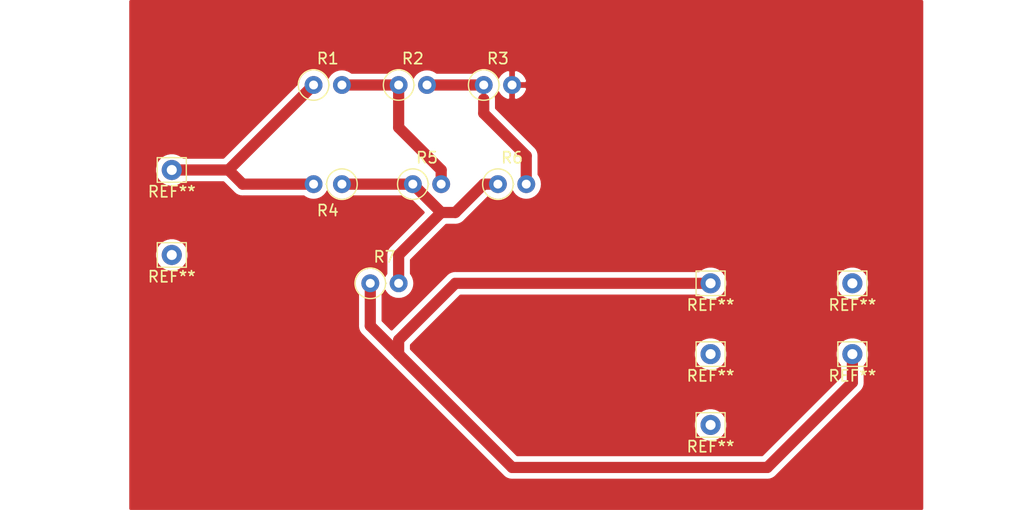
<source format=kicad_pcb>
(kicad_pcb (version 20171130) (host pcbnew "(5.1.4)-1")

  (general
    (thickness 1.6)
    (drawings 0)
    (tracks 28)
    (zones 0)
    (modules 14)
    (nets 7)
  )

  (page A4)
  (layers
    (0 F.Cu signal)
    (31 B.Cu signal)
    (32 B.Adhes user)
    (33 F.Adhes user)
    (34 B.Paste user)
    (35 F.Paste user)
    (36 B.SilkS user)
    (37 F.SilkS user)
    (38 B.Mask user)
    (39 F.Mask user)
    (40 Dwgs.User user)
    (41 Cmts.User user)
    (42 Eco1.User user)
    (43 Eco2.User user)
    (44 Edge.Cuts user)
    (45 Margin user)
    (46 B.CrtYd user)
    (47 F.CrtYd user)
    (48 B.Fab user)
    (49 F.Fab user)
  )

  (setup
    (last_trace_width 1)
    (user_trace_width 1)
    (trace_clearance 0.2)
    (zone_clearance 0.508)
    (zone_45_only no)
    (trace_min 0.2)
    (via_size 0.8)
    (via_drill 0.4)
    (via_min_size 0.4)
    (via_min_drill 0.3)
    (uvia_size 0.3)
    (uvia_drill 0.1)
    (uvias_allowed no)
    (uvia_min_size 0.2)
    (uvia_min_drill 0.1)
    (edge_width 0.05)
    (segment_width 0.2)
    (pcb_text_width 0.3)
    (pcb_text_size 1.5 1.5)
    (mod_edge_width 0.12)
    (mod_text_size 1 1)
    (mod_text_width 0.15)
    (pad_size 1.524 1.524)
    (pad_drill 0.762)
    (pad_to_mask_clearance 0.051)
    (solder_mask_min_width 0.25)
    (aux_axis_origin 0 0)
    (visible_elements FFFFFF7F)
    (pcbplotparams
      (layerselection 0x010fc_ffffffff)
      (usegerberextensions false)
      (usegerberattributes false)
      (usegerberadvancedattributes false)
      (creategerberjobfile false)
      (excludeedgelayer true)
      (linewidth 0.100000)
      (plotframeref false)
      (viasonmask false)
      (mode 1)
      (useauxorigin false)
      (hpglpennumber 1)
      (hpglpenspeed 20)
      (hpglpendiameter 15.000000)
      (psnegative false)
      (psa4output false)
      (plotreference true)
      (plotvalue true)
      (plotinvisibletext false)
      (padsonsilk false)
      (subtractmaskfromsilk false)
      (outputformat 1)
      (mirror false)
      (drillshape 1)
      (scaleselection 1)
      (outputdirectory ""))
  )

  (net 0 "")
  (net 1 "Net-(R1-Pad2)")
  (net 2 "Net-(R1-Pad1)")
  (net 3 "Net-(R2-Pad2)")
  (net 4 Earth)
  (net 5 "Net-(R4-Pad1)")
  (net 6 "Net-(R7-Pad1)")

  (net_class Default "Esta es la clase de red por defecto."
    (clearance 0.2)
    (trace_width 0.25)
    (via_dia 0.8)
    (via_drill 0.4)
    (uvia_dia 0.3)
    (uvia_drill 0.1)
    (add_net Earth)
    (add_net "Net-(R1-Pad1)")
    (add_net "Net-(R1-Pad2)")
    (add_net "Net-(R2-Pad2)")
    (add_net "Net-(R4-Pad1)")
    (add_net "Net-(R7-Pad1)")
  )

  (module Connector_Pin:Pin_D0.9mm_L10.0mm_W2.4mm_FlatFork (layer F.Cu) (tedit 5A1DC084) (tstamp 5DB9C7A1)
    (at 115.57 101.6)
    (descr "solder Pin_ with flat fork, hole diameter 0.9mm, length 10.0mm, width 2.4mm")
    (tags "solder Pin_ with flat fork")
    (fp_text reference REF** (at 0 1.95) (layer F.SilkS)
      (effects (font (size 1 1) (thickness 0.15)))
    )
    (fp_text value Pin_D0.9mm_L10.0mm_W2.4mm_FlatFork (at 0 -2.05) (layer F.Fab)
      (effects (font (size 1 1) (thickness 0.15)))
    )
    (fp_line (start 1.7 1.4) (end -1.7 1.4) (layer F.CrtYd) (width 0.05))
    (fp_line (start 1.7 1.4) (end 1.7 -1.4) (layer F.CrtYd) (width 0.05))
    (fp_line (start -1.7 -1.4) (end -1.7 1.4) (layer F.CrtYd) (width 0.05))
    (fp_line (start -1.7 -1.4) (end 1.7 -1.4) (layer F.CrtYd) (width 0.05))
    (fp_line (start 1.2 -0.25) (end -1.2 -0.25) (layer F.Fab) (width 0.12))
    (fp_line (start 1.2 0.25) (end 1.2 -0.25) (layer F.Fab) (width 0.12))
    (fp_line (start -1.2 0.25) (end 1.2 0.25) (layer F.Fab) (width 0.12))
    (fp_line (start -1.2 -0.25) (end -1.2 0.25) (layer F.Fab) (width 0.12))
    (fp_line (start 1.3 -1.1) (end -1.3 -1.1) (layer F.SilkS) (width 0.12))
    (fp_line (start 1.3 1.1) (end 1.3 -1.1) (layer F.SilkS) (width 0.12))
    (fp_line (start -1.3 1.1) (end 1.3 1.1) (layer F.SilkS) (width 0.12))
    (fp_line (start -1.3 0.6) (end -1.3 1.1) (layer F.SilkS) (width 0.12))
    (fp_line (start -1.3 -1.1) (end -1.3 0.6) (layer F.SilkS) (width 0.12))
    (fp_text user %R (at 0 1.95) (layer F.Fab)
      (effects (font (size 1 1) (thickness 0.15)))
    )
    (pad 1 thru_hole circle (at 0 0) (size 1.8 1.8) (drill 0.9) (layers *.Cu *.Mask))
    (model ${KISYS3DMOD}/Connector_Pin.3dshapes/Pin_D0.9mm_L10.0mm_W2.4mm_FlatFork.wrl
      (at (xyz 0 0 0))
      (scale (xyz 1 1 1))
      (rotate (xyz 0 0 0))
    )
  )

  (module Connector_Pin:Pin_D0.9mm_L10.0mm_W2.4mm_FlatFork (layer F.Cu) (tedit 5A1DC084) (tstamp 5DB9C758)
    (at 115.57 93.98)
    (descr "solder Pin_ with flat fork, hole diameter 0.9mm, length 10.0mm, width 2.4mm")
    (tags "solder Pin_ with flat fork")
    (fp_text reference REF** (at 0 1.95) (layer F.SilkS)
      (effects (font (size 1 1) (thickness 0.15)))
    )
    (fp_text value Pin_D0.9mm_L10.0mm_W2.4mm_FlatFork (at 0 -2.05) (layer F.Fab)
      (effects (font (size 1 1) (thickness 0.15)))
    )
    (fp_line (start 1.7 1.4) (end -1.7 1.4) (layer F.CrtYd) (width 0.05))
    (fp_line (start 1.7 1.4) (end 1.7 -1.4) (layer F.CrtYd) (width 0.05))
    (fp_line (start -1.7 -1.4) (end -1.7 1.4) (layer F.CrtYd) (width 0.05))
    (fp_line (start -1.7 -1.4) (end 1.7 -1.4) (layer F.CrtYd) (width 0.05))
    (fp_line (start 1.2 -0.25) (end -1.2 -0.25) (layer F.Fab) (width 0.12))
    (fp_line (start 1.2 0.25) (end 1.2 -0.25) (layer F.Fab) (width 0.12))
    (fp_line (start -1.2 0.25) (end 1.2 0.25) (layer F.Fab) (width 0.12))
    (fp_line (start -1.2 -0.25) (end -1.2 0.25) (layer F.Fab) (width 0.12))
    (fp_line (start 1.3 -1.1) (end -1.3 -1.1) (layer F.SilkS) (width 0.12))
    (fp_line (start 1.3 1.1) (end 1.3 -1.1) (layer F.SilkS) (width 0.12))
    (fp_line (start -1.3 1.1) (end 1.3 1.1) (layer F.SilkS) (width 0.12))
    (fp_line (start -1.3 0.6) (end -1.3 1.1) (layer F.SilkS) (width 0.12))
    (fp_line (start -1.3 -1.1) (end -1.3 0.6) (layer F.SilkS) (width 0.12))
    (fp_text user %R (at 0 1.95) (layer F.Fab)
      (effects (font (size 1 1) (thickness 0.15)))
    )
    (pad 1 thru_hole circle (at 0 0) (size 1.8 1.8) (drill 0.9) (layers *.Cu *.Mask))
    (model ${KISYS3DMOD}/Connector_Pin.3dshapes/Pin_D0.9mm_L10.0mm_W2.4mm_FlatFork.wrl
      (at (xyz 0 0 0))
      (scale (xyz 1 1 1))
      (rotate (xyz 0 0 0))
    )
  )

  (module Connector_Pin:Pin_D0.9mm_L10.0mm_W2.4mm_FlatFork (layer F.Cu) (tedit 5A1DC084) (tstamp 5DB9C128)
    (at 163.83 110.49)
    (descr "solder Pin_ with flat fork, hole diameter 0.9mm, length 10.0mm, width 2.4mm")
    (tags "solder Pin_ with flat fork")
    (fp_text reference REF** (at 0 1.95) (layer F.SilkS)
      (effects (font (size 1 1) (thickness 0.15)))
    )
    (fp_text value Pin_D0.9mm_L10.0mm_W2.4mm_FlatFork (at 0 -2.05) (layer F.Fab)
      (effects (font (size 1 1) (thickness 0.15)))
    )
    (fp_text user %R (at 0 1.95) (layer F.Fab)
      (effects (font (size 1 1) (thickness 0.15)))
    )
    (fp_line (start -1.3 -1.1) (end -1.3 0.6) (layer F.SilkS) (width 0.12))
    (fp_line (start -1.3 0.6) (end -1.3 1.1) (layer F.SilkS) (width 0.12))
    (fp_line (start -1.3 1.1) (end 1.3 1.1) (layer F.SilkS) (width 0.12))
    (fp_line (start 1.3 1.1) (end 1.3 -1.1) (layer F.SilkS) (width 0.12))
    (fp_line (start 1.3 -1.1) (end -1.3 -1.1) (layer F.SilkS) (width 0.12))
    (fp_line (start -1.2 -0.25) (end -1.2 0.25) (layer F.Fab) (width 0.12))
    (fp_line (start -1.2 0.25) (end 1.2 0.25) (layer F.Fab) (width 0.12))
    (fp_line (start 1.2 0.25) (end 1.2 -0.25) (layer F.Fab) (width 0.12))
    (fp_line (start 1.2 -0.25) (end -1.2 -0.25) (layer F.Fab) (width 0.12))
    (fp_line (start -1.7 -1.4) (end 1.7 -1.4) (layer F.CrtYd) (width 0.05))
    (fp_line (start -1.7 -1.4) (end -1.7 1.4) (layer F.CrtYd) (width 0.05))
    (fp_line (start 1.7 1.4) (end 1.7 -1.4) (layer F.CrtYd) (width 0.05))
    (fp_line (start 1.7 1.4) (end -1.7 1.4) (layer F.CrtYd) (width 0.05))
    (pad 1 thru_hole circle (at 0 0) (size 1.8 1.8) (drill 0.9) (layers *.Cu *.Mask))
    (model ${KISYS3DMOD}/Connector_Pin.3dshapes/Pin_D0.9mm_L10.0mm_W2.4mm_FlatFork.wrl
      (at (xyz 0 0 0))
      (scale (xyz 1 1 1))
      (rotate (xyz 0 0 0))
    )
  )

  (module Connector_Pin:Pin_D0.9mm_L10.0mm_W2.4mm_FlatFork (layer F.Cu) (tedit 5A1DC084) (tstamp 5DB9C116)
    (at 163.83 104.14)
    (descr "solder Pin_ with flat fork, hole diameter 0.9mm, length 10.0mm, width 2.4mm")
    (tags "solder Pin_ with flat fork")
    (fp_text reference REF** (at 0 1.95) (layer F.SilkS)
      (effects (font (size 1 1) (thickness 0.15)))
    )
    (fp_text value Pin_D0.9mm_L10.0mm_W2.4mm_FlatFork (at 0 -2.05) (layer F.Fab)
      (effects (font (size 1 1) (thickness 0.15)))
    )
    (fp_text user %R (at 0 1.95) (layer F.Fab)
      (effects (font (size 1 1) (thickness 0.15)))
    )
    (fp_line (start -1.3 -1.1) (end -1.3 0.6) (layer F.SilkS) (width 0.12))
    (fp_line (start -1.3 0.6) (end -1.3 1.1) (layer F.SilkS) (width 0.12))
    (fp_line (start -1.3 1.1) (end 1.3 1.1) (layer F.SilkS) (width 0.12))
    (fp_line (start 1.3 1.1) (end 1.3 -1.1) (layer F.SilkS) (width 0.12))
    (fp_line (start 1.3 -1.1) (end -1.3 -1.1) (layer F.SilkS) (width 0.12))
    (fp_line (start -1.2 -0.25) (end -1.2 0.25) (layer F.Fab) (width 0.12))
    (fp_line (start -1.2 0.25) (end 1.2 0.25) (layer F.Fab) (width 0.12))
    (fp_line (start 1.2 0.25) (end 1.2 -0.25) (layer F.Fab) (width 0.12))
    (fp_line (start 1.2 -0.25) (end -1.2 -0.25) (layer F.Fab) (width 0.12))
    (fp_line (start -1.7 -1.4) (end 1.7 -1.4) (layer F.CrtYd) (width 0.05))
    (fp_line (start -1.7 -1.4) (end -1.7 1.4) (layer F.CrtYd) (width 0.05))
    (fp_line (start 1.7 1.4) (end 1.7 -1.4) (layer F.CrtYd) (width 0.05))
    (fp_line (start 1.7 1.4) (end -1.7 1.4) (layer F.CrtYd) (width 0.05))
    (pad 1 thru_hole circle (at 0 0) (size 1.8 1.8) (drill 0.9) (layers *.Cu *.Mask))
    (model ${KISYS3DMOD}/Connector_Pin.3dshapes/Pin_D0.9mm_L10.0mm_W2.4mm_FlatFork.wrl
      (at (xyz 0 0 0))
      (scale (xyz 1 1 1))
      (rotate (xyz 0 0 0))
    )
  )

  (module Connector_Pin:Pin_D0.9mm_L10.0mm_W2.4mm_FlatFork (layer F.Cu) (tedit 5A1DC084) (tstamp 5DB9C104)
    (at 176.53 104.14)
    (descr "solder Pin_ with flat fork, hole diameter 0.9mm, length 10.0mm, width 2.4mm")
    (tags "solder Pin_ with flat fork")
    (fp_text reference REF** (at 0 1.95) (layer F.SilkS)
      (effects (font (size 1 1) (thickness 0.15)))
    )
    (fp_text value Pin_D0.9mm_L10.0mm_W2.4mm_FlatFork (at 0 -2.05) (layer F.Fab)
      (effects (font (size 1 1) (thickness 0.15)))
    )
    (fp_text user %R (at 0 1.95) (layer F.Fab)
      (effects (font (size 1 1) (thickness 0.15)))
    )
    (fp_line (start -1.3 -1.1) (end -1.3 0.6) (layer F.SilkS) (width 0.12))
    (fp_line (start -1.3 0.6) (end -1.3 1.1) (layer F.SilkS) (width 0.12))
    (fp_line (start -1.3 1.1) (end 1.3 1.1) (layer F.SilkS) (width 0.12))
    (fp_line (start 1.3 1.1) (end 1.3 -1.1) (layer F.SilkS) (width 0.12))
    (fp_line (start 1.3 -1.1) (end -1.3 -1.1) (layer F.SilkS) (width 0.12))
    (fp_line (start -1.2 -0.25) (end -1.2 0.25) (layer F.Fab) (width 0.12))
    (fp_line (start -1.2 0.25) (end 1.2 0.25) (layer F.Fab) (width 0.12))
    (fp_line (start 1.2 0.25) (end 1.2 -0.25) (layer F.Fab) (width 0.12))
    (fp_line (start 1.2 -0.25) (end -1.2 -0.25) (layer F.Fab) (width 0.12))
    (fp_line (start -1.7 -1.4) (end 1.7 -1.4) (layer F.CrtYd) (width 0.05))
    (fp_line (start -1.7 -1.4) (end -1.7 1.4) (layer F.CrtYd) (width 0.05))
    (fp_line (start 1.7 1.4) (end 1.7 -1.4) (layer F.CrtYd) (width 0.05))
    (fp_line (start 1.7 1.4) (end -1.7 1.4) (layer F.CrtYd) (width 0.05))
    (pad 1 thru_hole circle (at 0 0) (size 1.8 1.8) (drill 0.9) (layers *.Cu *.Mask))
    (model ${KISYS3DMOD}/Connector_Pin.3dshapes/Pin_D0.9mm_L10.0mm_W2.4mm_FlatFork.wrl
      (at (xyz 0 0 0))
      (scale (xyz 1 1 1))
      (rotate (xyz 0 0 0))
    )
  )

  (module Connector_Pin:Pin_D0.9mm_L10.0mm_W2.4mm_FlatFork (layer F.Cu) (tedit 5A1DC084) (tstamp 5DB9C0F2)
    (at 163.83 116.84)
    (descr "solder Pin_ with flat fork, hole diameter 0.9mm, length 10.0mm, width 2.4mm")
    (tags "solder Pin_ with flat fork")
    (fp_text reference REF** (at 0 1.95) (layer F.SilkS)
      (effects (font (size 1 1) (thickness 0.15)))
    )
    (fp_text value Pin_D0.9mm_L10.0mm_W2.4mm_FlatFork (at 0 -2.05) (layer F.Fab)
      (effects (font (size 1 1) (thickness 0.15)))
    )
    (fp_text user %R (at 0 1.95) (layer F.Fab)
      (effects (font (size 1 1) (thickness 0.15)))
    )
    (fp_line (start -1.3 -1.1) (end -1.3 0.6) (layer F.SilkS) (width 0.12))
    (fp_line (start -1.3 0.6) (end -1.3 1.1) (layer F.SilkS) (width 0.12))
    (fp_line (start -1.3 1.1) (end 1.3 1.1) (layer F.SilkS) (width 0.12))
    (fp_line (start 1.3 1.1) (end 1.3 -1.1) (layer F.SilkS) (width 0.12))
    (fp_line (start 1.3 -1.1) (end -1.3 -1.1) (layer F.SilkS) (width 0.12))
    (fp_line (start -1.2 -0.25) (end -1.2 0.25) (layer F.Fab) (width 0.12))
    (fp_line (start -1.2 0.25) (end 1.2 0.25) (layer F.Fab) (width 0.12))
    (fp_line (start 1.2 0.25) (end 1.2 -0.25) (layer F.Fab) (width 0.12))
    (fp_line (start 1.2 -0.25) (end -1.2 -0.25) (layer F.Fab) (width 0.12))
    (fp_line (start -1.7 -1.4) (end 1.7 -1.4) (layer F.CrtYd) (width 0.05))
    (fp_line (start -1.7 -1.4) (end -1.7 1.4) (layer F.CrtYd) (width 0.05))
    (fp_line (start 1.7 1.4) (end 1.7 -1.4) (layer F.CrtYd) (width 0.05))
    (fp_line (start 1.7 1.4) (end -1.7 1.4) (layer F.CrtYd) (width 0.05))
    (pad 1 thru_hole circle (at 0 0) (size 1.8 1.8) (drill 0.9) (layers *.Cu *.Mask))
    (model ${KISYS3DMOD}/Connector_Pin.3dshapes/Pin_D0.9mm_L10.0mm_W2.4mm_FlatFork.wrl
      (at (xyz 0 0 0))
      (scale (xyz 1 1 1))
      (rotate (xyz 0 0 0))
    )
  )

  (module Connector_Pin:Pin_D0.9mm_L10.0mm_W2.4mm_FlatFork (layer F.Cu) (tedit 5A1DC084) (tstamp 5DB9C0E0)
    (at 176.53 110.49)
    (descr "solder Pin_ with flat fork, hole diameter 0.9mm, length 10.0mm, width 2.4mm")
    (tags "solder Pin_ with flat fork")
    (fp_text reference REF** (at 0 1.95) (layer F.SilkS)
      (effects (font (size 1 1) (thickness 0.15)))
    )
    (fp_text value Pin_D0.9mm_L10.0mm_W2.4mm_FlatFork (at 0 -2.05) (layer F.Fab)
      (effects (font (size 1 1) (thickness 0.15)))
    )
    (fp_text user %R (at 0 1.95) (layer F.Fab)
      (effects (font (size 1 1) (thickness 0.15)))
    )
    (fp_line (start -1.3 -1.1) (end -1.3 0.6) (layer F.SilkS) (width 0.12))
    (fp_line (start -1.3 0.6) (end -1.3 1.1) (layer F.SilkS) (width 0.12))
    (fp_line (start -1.3 1.1) (end 1.3 1.1) (layer F.SilkS) (width 0.12))
    (fp_line (start 1.3 1.1) (end 1.3 -1.1) (layer F.SilkS) (width 0.12))
    (fp_line (start 1.3 -1.1) (end -1.3 -1.1) (layer F.SilkS) (width 0.12))
    (fp_line (start -1.2 -0.25) (end -1.2 0.25) (layer F.Fab) (width 0.12))
    (fp_line (start -1.2 0.25) (end 1.2 0.25) (layer F.Fab) (width 0.12))
    (fp_line (start 1.2 0.25) (end 1.2 -0.25) (layer F.Fab) (width 0.12))
    (fp_line (start 1.2 -0.25) (end -1.2 -0.25) (layer F.Fab) (width 0.12))
    (fp_line (start -1.7 -1.4) (end 1.7 -1.4) (layer F.CrtYd) (width 0.05))
    (fp_line (start -1.7 -1.4) (end -1.7 1.4) (layer F.CrtYd) (width 0.05))
    (fp_line (start 1.7 1.4) (end 1.7 -1.4) (layer F.CrtYd) (width 0.05))
    (fp_line (start 1.7 1.4) (end -1.7 1.4) (layer F.CrtYd) (width 0.05))
    (pad 1 thru_hole circle (at 0 0) (size 1.8 1.8) (drill 0.9) (layers *.Cu *.Mask))
    (model ${KISYS3DMOD}/Connector_Pin.3dshapes/Pin_D0.9mm_L10.0mm_W2.4mm_FlatFork.wrl
      (at (xyz 0 0 0))
      (scale (xyz 1 1 1))
      (rotate (xyz 0 0 0))
    )
  )

  (module Resistor_THT:R_Axial_DIN0207_L6.3mm_D2.5mm_P2.54mm_Vertical (layer F.Cu) (tedit 5AE5139B) (tstamp 5DB9C4E8)
    (at 133.35 104.14)
    (descr "Resistor, Axial_DIN0207 series, Axial, Vertical, pin pitch=2.54mm, 0.25W = 1/4W, length*diameter=6.3*2.5mm^2, http://cdn-reichelt.de/documents/datenblatt/B400/1_4W%23YAG.pdf")
    (tags "Resistor Axial_DIN0207 series Axial Vertical pin pitch 2.54mm 0.25W = 1/4W length 6.3mm diameter 2.5mm")
    (path /5DB9B915)
    (fp_text reference R7 (at 1.27 -2.37) (layer F.SilkS)
      (effects (font (size 1 1) (thickness 0.15)))
    )
    (fp_text value R (at 1.27 2.37) (layer F.Fab)
      (effects (font (size 1 1) (thickness 0.15)))
    )
    (fp_text user %R (at 1.27 -2.37) (layer F.Fab)
      (effects (font (size 1 1) (thickness 0.15)))
    )
    (fp_line (start 3.59 -1.5) (end -1.5 -1.5) (layer F.CrtYd) (width 0.05))
    (fp_line (start 3.59 1.5) (end 3.59 -1.5) (layer F.CrtYd) (width 0.05))
    (fp_line (start -1.5 1.5) (end 3.59 1.5) (layer F.CrtYd) (width 0.05))
    (fp_line (start -1.5 -1.5) (end -1.5 1.5) (layer F.CrtYd) (width 0.05))
    (fp_line (start 1.37 0) (end 1.44 0) (layer F.SilkS) (width 0.12))
    (fp_line (start 0 0) (end 2.54 0) (layer F.Fab) (width 0.1))
    (fp_circle (center 0 0) (end 1.37 0) (layer F.SilkS) (width 0.12))
    (fp_circle (center 0 0) (end 1.25 0) (layer F.Fab) (width 0.1))
    (pad 2 thru_hole oval (at 2.54 0) (size 1.6 1.6) (drill 0.8) (layers *.Cu *.Mask)
      (net 5 "Net-(R4-Pad1)"))
    (pad 1 thru_hole circle (at 0 0) (size 1.6 1.6) (drill 0.8) (layers *.Cu *.Mask)
      (net 6 "Net-(R7-Pad1)"))
    (model ${KISYS3DMOD}/Resistor_THT.3dshapes/R_Axial_DIN0207_L6.3mm_D2.5mm_P2.54mm_Vertical.wrl
      (at (xyz 0 0 0))
      (scale (xyz 1 1 1))
      (rotate (xyz 0 0 0))
    )
  )

  (module Resistor_THT:R_Axial_DIN0207_L6.3mm_D2.5mm_P2.54mm_Vertical (layer F.Cu) (tedit 5AE5139B) (tstamp 5DB9C4D9)
    (at 144.78 95.25)
    (descr "Resistor, Axial_DIN0207 series, Axial, Vertical, pin pitch=2.54mm, 0.25W = 1/4W, length*diameter=6.3*2.5mm^2, http://cdn-reichelt.de/documents/datenblatt/B400/1_4W%23YAG.pdf")
    (tags "Resistor Axial_DIN0207 series Axial Vertical pin pitch 2.54mm 0.25W = 1/4W length 6.3mm diameter 2.5mm")
    (path /5DB9B428)
    (fp_text reference R6 (at 1.27 -2.37) (layer F.SilkS)
      (effects (font (size 1 1) (thickness 0.15)))
    )
    (fp_text value R (at 1.27 2.37) (layer F.Fab)
      (effects (font (size 1 1) (thickness 0.15)))
    )
    (fp_text user %R (at 1.27 -2.37) (layer F.Fab)
      (effects (font (size 1 1) (thickness 0.15)))
    )
    (fp_line (start 3.59 -1.5) (end -1.5 -1.5) (layer F.CrtYd) (width 0.05))
    (fp_line (start 3.59 1.5) (end 3.59 -1.5) (layer F.CrtYd) (width 0.05))
    (fp_line (start -1.5 1.5) (end 3.59 1.5) (layer F.CrtYd) (width 0.05))
    (fp_line (start -1.5 -1.5) (end -1.5 1.5) (layer F.CrtYd) (width 0.05))
    (fp_line (start 1.37 0) (end 1.44 0) (layer F.SilkS) (width 0.12))
    (fp_line (start 0 0) (end 2.54 0) (layer F.Fab) (width 0.1))
    (fp_circle (center 0 0) (end 1.37 0) (layer F.SilkS) (width 0.12))
    (fp_circle (center 0 0) (end 1.25 0) (layer F.Fab) (width 0.1))
    (pad 2 thru_hole oval (at 2.54 0) (size 1.6 1.6) (drill 0.8) (layers *.Cu *.Mask)
      (net 3 "Net-(R2-Pad2)"))
    (pad 1 thru_hole circle (at 0 0) (size 1.6 1.6) (drill 0.8) (layers *.Cu *.Mask)
      (net 5 "Net-(R4-Pad1)"))
    (model ${KISYS3DMOD}/Resistor_THT.3dshapes/R_Axial_DIN0207_L6.3mm_D2.5mm_P2.54mm_Vertical.wrl
      (at (xyz 0 0 0))
      (scale (xyz 1 1 1))
      (rotate (xyz 0 0 0))
    )
  )

  (module Resistor_THT:R_Axial_DIN0207_L6.3mm_D2.5mm_P2.54mm_Vertical (layer F.Cu) (tedit 5AE5139B) (tstamp 5DB9C4CA)
    (at 137.16 95.25)
    (descr "Resistor, Axial_DIN0207 series, Axial, Vertical, pin pitch=2.54mm, 0.25W = 1/4W, length*diameter=6.3*2.5mm^2, http://cdn-reichelt.de/documents/datenblatt/B400/1_4W%23YAG.pdf")
    (tags "Resistor Axial_DIN0207 series Axial Vertical pin pitch 2.54mm 0.25W = 1/4W length 6.3mm diameter 2.5mm")
    (path /5DB9B33C)
    (fp_text reference R5 (at 1.27 -2.37) (layer F.SilkS)
      (effects (font (size 1 1) (thickness 0.15)))
    )
    (fp_text value R (at 1.27 2.37) (layer F.Fab)
      (effects (font (size 1 1) (thickness 0.15)))
    )
    (fp_text user %R (at 1.27 -2.37) (layer F.Fab)
      (effects (font (size 1 1) (thickness 0.15)))
    )
    (fp_line (start 3.59 -1.5) (end -1.5 -1.5) (layer F.CrtYd) (width 0.05))
    (fp_line (start 3.59 1.5) (end 3.59 -1.5) (layer F.CrtYd) (width 0.05))
    (fp_line (start -1.5 1.5) (end 3.59 1.5) (layer F.CrtYd) (width 0.05))
    (fp_line (start -1.5 -1.5) (end -1.5 1.5) (layer F.CrtYd) (width 0.05))
    (fp_line (start 1.37 0) (end 1.44 0) (layer F.SilkS) (width 0.12))
    (fp_line (start 0 0) (end 2.54 0) (layer F.Fab) (width 0.1))
    (fp_circle (center 0 0) (end 1.37 0) (layer F.SilkS) (width 0.12))
    (fp_circle (center 0 0) (end 1.25 0) (layer F.Fab) (width 0.1))
    (pad 2 thru_hole oval (at 2.54 0) (size 1.6 1.6) (drill 0.8) (layers *.Cu *.Mask)
      (net 1 "Net-(R1-Pad2)"))
    (pad 1 thru_hole circle (at 0 0) (size 1.6 1.6) (drill 0.8) (layers *.Cu *.Mask)
      (net 5 "Net-(R4-Pad1)"))
    (model ${KISYS3DMOD}/Resistor_THT.3dshapes/R_Axial_DIN0207_L6.3mm_D2.5mm_P2.54mm_Vertical.wrl
      (at (xyz 0 0 0))
      (scale (xyz 1 1 1))
      (rotate (xyz 0 0 0))
    )
  )

  (module Resistor_THT:R_Axial_DIN0207_L6.3mm_D2.5mm_P2.54mm_Vertical (layer F.Cu) (tedit 5AE5139B) (tstamp 5DB9C4BB)
    (at 130.81 95.25 180)
    (descr "Resistor, Axial_DIN0207 series, Axial, Vertical, pin pitch=2.54mm, 0.25W = 1/4W, length*diameter=6.3*2.5mm^2, http://cdn-reichelt.de/documents/datenblatt/B400/1_4W%23YAG.pdf")
    (tags "Resistor Axial_DIN0207 series Axial Vertical pin pitch 2.54mm 0.25W = 1/4W length 6.3mm diameter 2.5mm")
    (path /5DB9B14C)
    (fp_text reference R4 (at 1.27 -2.37) (layer F.SilkS)
      (effects (font (size 1 1) (thickness 0.15)))
    )
    (fp_text value R (at 1.27 2.37) (layer F.Fab)
      (effects (font (size 1 1) (thickness 0.15)))
    )
    (fp_text user %R (at 1.27 -2.37) (layer F.Fab)
      (effects (font (size 1 1) (thickness 0.15)))
    )
    (fp_line (start 3.59 -1.5) (end -1.5 -1.5) (layer F.CrtYd) (width 0.05))
    (fp_line (start 3.59 1.5) (end 3.59 -1.5) (layer F.CrtYd) (width 0.05))
    (fp_line (start -1.5 1.5) (end 3.59 1.5) (layer F.CrtYd) (width 0.05))
    (fp_line (start -1.5 -1.5) (end -1.5 1.5) (layer F.CrtYd) (width 0.05))
    (fp_line (start 1.37 0) (end 1.44 0) (layer F.SilkS) (width 0.12))
    (fp_line (start 0 0) (end 2.54 0) (layer F.Fab) (width 0.1))
    (fp_circle (center 0 0) (end 1.37 0) (layer F.SilkS) (width 0.12))
    (fp_circle (center 0 0) (end 1.25 0) (layer F.Fab) (width 0.1))
    (pad 2 thru_hole oval (at 2.54 0 180) (size 1.6 1.6) (drill 0.8) (layers *.Cu *.Mask)
      (net 2 "Net-(R1-Pad1)"))
    (pad 1 thru_hole circle (at 0 0 180) (size 1.6 1.6) (drill 0.8) (layers *.Cu *.Mask)
      (net 5 "Net-(R4-Pad1)"))
    (model ${KISYS3DMOD}/Resistor_THT.3dshapes/R_Axial_DIN0207_L6.3mm_D2.5mm_P2.54mm_Vertical.wrl
      (at (xyz 0 0 0))
      (scale (xyz 1 1 1))
      (rotate (xyz 0 0 0))
    )
  )

  (module Resistor_THT:R_Axial_DIN0207_L6.3mm_D2.5mm_P2.54mm_Vertical (layer F.Cu) (tedit 5AE5139B) (tstamp 5DB9C4AC)
    (at 143.51 86.36)
    (descr "Resistor, Axial_DIN0207 series, Axial, Vertical, pin pitch=2.54mm, 0.25W = 1/4W, length*diameter=6.3*2.5mm^2, http://cdn-reichelt.de/documents/datenblatt/B400/1_4W%23YAG.pdf")
    (tags "Resistor Axial_DIN0207 series Axial Vertical pin pitch 2.54mm 0.25W = 1/4W length 6.3mm diameter 2.5mm")
    (path /5DB9B803)
    (fp_text reference R3 (at 1.27 -2.37) (layer F.SilkS)
      (effects (font (size 1 1) (thickness 0.15)))
    )
    (fp_text value R (at 1.27 2.37) (layer F.Fab)
      (effects (font (size 1 1) (thickness 0.15)))
    )
    (fp_text user %R (at 1.27 -2.37) (layer F.Fab)
      (effects (font (size 1 1) (thickness 0.15)))
    )
    (fp_line (start 3.59 -1.5) (end -1.5 -1.5) (layer F.CrtYd) (width 0.05))
    (fp_line (start 3.59 1.5) (end 3.59 -1.5) (layer F.CrtYd) (width 0.05))
    (fp_line (start -1.5 1.5) (end 3.59 1.5) (layer F.CrtYd) (width 0.05))
    (fp_line (start -1.5 -1.5) (end -1.5 1.5) (layer F.CrtYd) (width 0.05))
    (fp_line (start 1.37 0) (end 1.44 0) (layer F.SilkS) (width 0.12))
    (fp_line (start 0 0) (end 2.54 0) (layer F.Fab) (width 0.1))
    (fp_circle (center 0 0) (end 1.37 0) (layer F.SilkS) (width 0.12))
    (fp_circle (center 0 0) (end 1.25 0) (layer F.Fab) (width 0.1))
    (pad 2 thru_hole oval (at 2.54 0) (size 1.6 1.6) (drill 0.8) (layers *.Cu *.Mask)
      (net 4 Earth))
    (pad 1 thru_hole circle (at 0 0) (size 1.6 1.6) (drill 0.8) (layers *.Cu *.Mask)
      (net 3 "Net-(R2-Pad2)"))
    (model ${KISYS3DMOD}/Resistor_THT.3dshapes/R_Axial_DIN0207_L6.3mm_D2.5mm_P2.54mm_Vertical.wrl
      (at (xyz 0 0 0))
      (scale (xyz 1 1 1))
      (rotate (xyz 0 0 0))
    )
  )

  (module Resistor_THT:R_Axial_DIN0207_L6.3mm_D2.5mm_P2.54mm_Vertical (layer F.Cu) (tedit 5AE5139B) (tstamp 5DB9C49D)
    (at 135.89 86.36)
    (descr "Resistor, Axial_DIN0207 series, Axial, Vertical, pin pitch=2.54mm, 0.25W = 1/4W, length*diameter=6.3*2.5mm^2, http://cdn-reichelt.de/documents/datenblatt/B400/1_4W%23YAG.pdf")
    (tags "Resistor Axial_DIN0207 series Axial Vertical pin pitch 2.54mm 0.25W = 1/4W length 6.3mm diameter 2.5mm")
    (path /5DB9B706)
    (fp_text reference R2 (at 1.27 -2.37) (layer F.SilkS)
      (effects (font (size 1 1) (thickness 0.15)))
    )
    (fp_text value R (at 1.27 2.37) (layer F.Fab)
      (effects (font (size 1 1) (thickness 0.15)))
    )
    (fp_text user %R (at 1.27 -2.37) (layer F.Fab)
      (effects (font (size 1 1) (thickness 0.15)))
    )
    (fp_line (start 3.59 -1.5) (end -1.5 -1.5) (layer F.CrtYd) (width 0.05))
    (fp_line (start 3.59 1.5) (end 3.59 -1.5) (layer F.CrtYd) (width 0.05))
    (fp_line (start -1.5 1.5) (end 3.59 1.5) (layer F.CrtYd) (width 0.05))
    (fp_line (start -1.5 -1.5) (end -1.5 1.5) (layer F.CrtYd) (width 0.05))
    (fp_line (start 1.37 0) (end 1.44 0) (layer F.SilkS) (width 0.12))
    (fp_line (start 0 0) (end 2.54 0) (layer F.Fab) (width 0.1))
    (fp_circle (center 0 0) (end 1.37 0) (layer F.SilkS) (width 0.12))
    (fp_circle (center 0 0) (end 1.25 0) (layer F.Fab) (width 0.1))
    (pad 2 thru_hole oval (at 2.54 0) (size 1.6 1.6) (drill 0.8) (layers *.Cu *.Mask)
      (net 3 "Net-(R2-Pad2)"))
    (pad 1 thru_hole circle (at 0 0) (size 1.6 1.6) (drill 0.8) (layers *.Cu *.Mask)
      (net 1 "Net-(R1-Pad2)"))
    (model ${KISYS3DMOD}/Resistor_THT.3dshapes/R_Axial_DIN0207_L6.3mm_D2.5mm_P2.54mm_Vertical.wrl
      (at (xyz 0 0 0))
      (scale (xyz 1 1 1))
      (rotate (xyz 0 0 0))
    )
  )

  (module Resistor_THT:R_Axial_DIN0207_L6.3mm_D2.5mm_P2.54mm_Vertical (layer F.Cu) (tedit 5AE5139B) (tstamp 5DB9C48E)
    (at 128.27 86.36)
    (descr "Resistor, Axial_DIN0207 series, Axial, Vertical, pin pitch=2.54mm, 0.25W = 1/4W, length*diameter=6.3*2.5mm^2, http://cdn-reichelt.de/documents/datenblatt/B400/1_4W%23YAG.pdf")
    (tags "Resistor Axial_DIN0207 series Axial Vertical pin pitch 2.54mm 0.25W = 1/4W length 6.3mm diameter 2.5mm")
    (path /5DB9B529)
    (fp_text reference R1 (at 1.27 -2.37) (layer F.SilkS)
      (effects (font (size 1 1) (thickness 0.15)))
    )
    (fp_text value R (at 1.27 2.37) (layer F.Fab)
      (effects (font (size 1 1) (thickness 0.15)))
    )
    (fp_text user %R (at 1.27 -2.37) (layer F.Fab)
      (effects (font (size 1 1) (thickness 0.15)))
    )
    (fp_line (start 3.59 -1.5) (end -1.5 -1.5) (layer F.CrtYd) (width 0.05))
    (fp_line (start 3.59 1.5) (end 3.59 -1.5) (layer F.CrtYd) (width 0.05))
    (fp_line (start -1.5 1.5) (end 3.59 1.5) (layer F.CrtYd) (width 0.05))
    (fp_line (start -1.5 -1.5) (end -1.5 1.5) (layer F.CrtYd) (width 0.05))
    (fp_line (start 1.37 0) (end 1.44 0) (layer F.SilkS) (width 0.12))
    (fp_line (start 0 0) (end 2.54 0) (layer F.Fab) (width 0.1))
    (fp_circle (center 0 0) (end 1.37 0) (layer F.SilkS) (width 0.12))
    (fp_circle (center 0 0) (end 1.25 0) (layer F.Fab) (width 0.1))
    (pad 2 thru_hole oval (at 2.54 0) (size 1.6 1.6) (drill 0.8) (layers *.Cu *.Mask)
      (net 1 "Net-(R1-Pad2)"))
    (pad 1 thru_hole circle (at 0 0) (size 1.6 1.6) (drill 0.8) (layers *.Cu *.Mask)
      (net 2 "Net-(R1-Pad1)"))
    (model ${KISYS3DMOD}/Resistor_THT.3dshapes/R_Axial_DIN0207_L6.3mm_D2.5mm_P2.54mm_Vertical.wrl
      (at (xyz 0 0 0))
      (scale (xyz 1 1 1))
      (rotate (xyz 0 0 0))
    )
  )

  (segment (start 163.83 104.14) (end 140.97 104.14) (width 1) (layer F.Cu) (net 0))
  (segment (start 140.97 104.14) (end 135.89 109.22) (width 1) (layer F.Cu) (net 0))
  (segment (start 143.51 87.63) (end 143.51 88.9) (width 1) (layer F.Cu) (net 3))
  (segment (start 130.81 86.36) (end 135.89 86.36) (width 1) (layer F.Cu) (net 1))
  (segment (start 135.89 86.36) (end 135.89 90.17) (width 1) (layer F.Cu) (net 1))
  (segment (start 139.7 93.98) (end 139.7 95.25) (width 1) (layer F.Cu) (net 1))
  (segment (start 135.89 90.17) (end 139.7 93.98) (width 1) (layer F.Cu) (net 1))
  (segment (start 120.65 93.98) (end 128.27 86.36) (width 1) (layer F.Cu) (net 2))
  (segment (start 115.57 93.98) (end 120.65 93.98) (width 1) (layer F.Cu) (net 2))
  (segment (start 121.92 95.25) (end 120.65 93.98) (width 1) (layer F.Cu) (net 2))
  (segment (start 128.27 95.25) (end 121.92 95.25) (width 1) (layer F.Cu) (net 2))
  (segment (start 138.43 86.36) (end 143.51 86.36) (width 1) (layer F.Cu) (net 3))
  (segment (start 147.32 92.71) (end 147.32 95.25) (width 1) (layer F.Cu) (net 3))
  (segment (start 143.51 88.9) (end 147.32 92.71) (width 1) (layer F.Cu) (net 3))
  (segment (start 144.78 95.25) (end 143.51 95.25) (width 1) (layer F.Cu) (net 5))
  (segment (start 143.51 95.25) (end 140.97 97.79) (width 1) (layer F.Cu) (net 5))
  (segment (start 139.7 97.79) (end 137.16 95.25) (width 1) (layer F.Cu) (net 5))
  (segment (start 140.97 97.79) (end 139.7 97.79) (width 1) (layer F.Cu) (net 5))
  (segment (start 135.89 101.6) (end 139.7 97.79) (width 1) (layer F.Cu) (net 5))
  (segment (start 135.89 104.14) (end 135.89 101.6) (width 1) (layer F.Cu) (net 5))
  (segment (start 130.81 95.25) (end 137.16 95.25) (width 1) (layer F.Cu) (net 5))
  (segment (start 133.35 104.14) (end 133.35 107.95) (width 1) (layer F.Cu) (net 6))
  (segment (start 146.05 120.65) (end 168.91 120.65) (width 1) (layer F.Cu) (net 6))
  (segment (start 176.53 113.03) (end 176.53 110.49) (width 1) (layer F.Cu) (net 6))
  (segment (start 168.91 120.65) (end 176.53 113.03) (width 1) (layer F.Cu) (net 6))
  (segment (start 135.89 109.22) (end 135.89 110.49) (width 1) (layer F.Cu) (net 6))
  (segment (start 133.35 107.95) (end 135.89 110.49) (width 1) (layer F.Cu) (net 6))
  (segment (start 135.89 110.49) (end 146.05 120.65) (width 1) (layer F.Cu) (net 6))

  (zone (net 4) (net_name Earth) (layer F.Cu) (tstamp 0) (hatch edge 0.508)
    (connect_pads (clearance 0.508))
    (min_thickness 0.254)
    (fill yes (arc_segments 32) (thermal_gap 0.508) (thermal_bridge_width 0.508))
    (polygon
      (pts
        (xy 111.76 78.74) (xy 182.88 78.74) (xy 182.88 124.46) (xy 111.76 124.46)
      )
    )
    (filled_polygon
      (pts
        (xy 182.753 124.333) (xy 111.887 124.333) (xy 111.887 101.448816) (xy 114.035 101.448816) (xy 114.035 101.751184)
        (xy 114.093989 102.047743) (xy 114.209701 102.327095) (xy 114.377688 102.578505) (xy 114.591495 102.792312) (xy 114.842905 102.960299)
        (xy 115.122257 103.076011) (xy 115.418816 103.135) (xy 115.721184 103.135) (xy 116.017743 103.076011) (xy 116.297095 102.960299)
        (xy 116.548505 102.792312) (xy 116.762312 102.578505) (xy 116.930299 102.327095) (xy 117.046011 102.047743) (xy 117.105 101.751184)
        (xy 117.105 101.448816) (xy 117.046011 101.152257) (xy 116.930299 100.872905) (xy 116.762312 100.621495) (xy 116.548505 100.407688)
        (xy 116.297095 100.239701) (xy 116.017743 100.123989) (xy 115.721184 100.065) (xy 115.418816 100.065) (xy 115.122257 100.123989)
        (xy 114.842905 100.239701) (xy 114.591495 100.407688) (xy 114.377688 100.621495) (xy 114.209701 100.872905) (xy 114.093989 101.152257)
        (xy 114.035 101.448816) (xy 111.887 101.448816) (xy 111.887 93.828816) (xy 114.035 93.828816) (xy 114.035 94.131184)
        (xy 114.093989 94.427743) (xy 114.209701 94.707095) (xy 114.377688 94.958505) (xy 114.591495 95.172312) (xy 114.842905 95.340299)
        (xy 115.122257 95.456011) (xy 115.418816 95.515) (xy 115.721184 95.515) (xy 116.017743 95.456011) (xy 116.297095 95.340299)
        (xy 116.548505 95.172312) (xy 116.605817 95.115) (xy 120.179869 95.115) (xy 121.078008 96.01314) (xy 121.113551 96.056449)
        (xy 121.286377 96.198284) (xy 121.483553 96.303676) (xy 121.647705 96.353471) (xy 121.6975 96.368577) (xy 121.718493 96.370644)
        (xy 121.864248 96.385) (xy 121.864255 96.385) (xy 121.919999 96.39049) (xy 121.975743 96.385) (xy 127.390998 96.385)
        (xy 127.468899 96.448932) (xy 127.718192 96.582182) (xy 127.988691 96.664236) (xy 128.199508 96.685) (xy 128.340492 96.685)
        (xy 128.551309 96.664236) (xy 128.821808 96.582182) (xy 129.071101 96.448932) (xy 129.289608 96.269608) (xy 129.468932 96.051101)
        (xy 129.53635 95.924971) (xy 129.53832 95.929727) (xy 129.695363 96.164759) (xy 129.895241 96.364637) (xy 130.130273 96.52168)
        (xy 130.391426 96.629853) (xy 130.668665 96.685) (xy 130.951335 96.685) (xy 131.228574 96.629853) (xy 131.489727 96.52168)
        (xy 131.694284 96.385) (xy 136.275716 96.385) (xy 136.480273 96.52168) (xy 136.741426 96.629853) (xy 136.982718 96.67785)
        (xy 138.094868 97.79) (xy 135.12686 100.758009) (xy 135.083552 100.793551) (xy 134.941717 100.966377) (xy 134.885384 101.07177)
        (xy 134.836324 101.163554) (xy 134.771423 101.377502) (xy 134.749509 101.6) (xy 134.755001 101.655761) (xy 134.755 103.260997)
        (xy 134.691068 103.338899) (xy 134.62365 103.465029) (xy 134.62168 103.460273) (xy 134.464637 103.225241) (xy 134.264759 103.025363)
        (xy 134.029727 102.86832) (xy 133.768574 102.760147) (xy 133.491335 102.705) (xy 133.208665 102.705) (xy 132.931426 102.760147)
        (xy 132.670273 102.86832) (xy 132.435241 103.025363) (xy 132.235363 103.225241) (xy 132.07832 103.460273) (xy 131.970147 103.721426)
        (xy 131.915 103.998665) (xy 131.915 104.281335) (xy 131.970147 104.558574) (xy 132.07832 104.819727) (xy 132.215 105.024284)
        (xy 132.215001 107.894239) (xy 132.209509 107.95) (xy 132.231423 108.172498) (xy 132.296324 108.386446) (xy 132.296325 108.386447)
        (xy 132.401717 108.583623) (xy 132.543552 108.756449) (xy 132.58686 108.791991) (xy 135.048014 111.253146) (xy 135.083552 111.296449)
        (xy 135.126855 111.331987) (xy 135.126856 111.331988) (xy 135.126862 111.331993) (xy 145.208009 121.413141) (xy 145.243551 121.456449)
        (xy 145.416376 121.598283) (xy 145.416377 121.598284) (xy 145.613553 121.703676) (xy 145.827501 121.768577) (xy 146.05 121.790491)
        (xy 146.105752 121.785) (xy 168.854249 121.785) (xy 168.91 121.790491) (xy 168.965751 121.785) (xy 168.965752 121.785)
        (xy 169.132499 121.768577) (xy 169.346447 121.703676) (xy 169.543623 121.598284) (xy 169.716449 121.456449) (xy 169.751996 121.413135)
        (xy 177.293141 113.871991) (xy 177.336449 113.836449) (xy 177.478284 113.663623) (xy 177.583676 113.466447) (xy 177.648577 113.252499)
        (xy 177.665 113.085752) (xy 177.665 113.085743) (xy 177.67049 113.030001) (xy 177.665 112.974259) (xy 177.665 111.525817)
        (xy 177.722312 111.468505) (xy 177.890299 111.217095) (xy 178.006011 110.937743) (xy 178.065 110.641184) (xy 178.065 110.338816)
        (xy 178.006011 110.042257) (xy 177.890299 109.762905) (xy 177.722312 109.511495) (xy 177.508505 109.297688) (xy 177.257095 109.129701)
        (xy 176.977743 109.013989) (xy 176.681184 108.955) (xy 176.378816 108.955) (xy 176.082257 109.013989) (xy 175.802905 109.129701)
        (xy 175.551495 109.297688) (xy 175.337688 109.511495) (xy 175.169701 109.762905) (xy 175.053989 110.042257) (xy 174.995 110.338816)
        (xy 174.995 110.641184) (xy 175.053989 110.937743) (xy 175.169701 111.217095) (xy 175.337688 111.468505) (xy 175.395001 111.525818)
        (xy 175.395 112.559868) (xy 168.439869 119.515) (xy 146.520132 119.515) (xy 143.693948 116.688816) (xy 162.295 116.688816)
        (xy 162.295 116.991184) (xy 162.353989 117.287743) (xy 162.469701 117.567095) (xy 162.637688 117.818505) (xy 162.851495 118.032312)
        (xy 163.102905 118.200299) (xy 163.382257 118.316011) (xy 163.678816 118.375) (xy 163.981184 118.375) (xy 164.277743 118.316011)
        (xy 164.557095 118.200299) (xy 164.808505 118.032312) (xy 165.022312 117.818505) (xy 165.190299 117.567095) (xy 165.306011 117.287743)
        (xy 165.365 116.991184) (xy 165.365 116.688816) (xy 165.306011 116.392257) (xy 165.190299 116.112905) (xy 165.022312 115.861495)
        (xy 164.808505 115.647688) (xy 164.557095 115.479701) (xy 164.277743 115.363989) (xy 163.981184 115.305) (xy 163.678816 115.305)
        (xy 163.382257 115.363989) (xy 163.102905 115.479701) (xy 162.851495 115.647688) (xy 162.637688 115.861495) (xy 162.469701 116.112905)
        (xy 162.353989 116.392257) (xy 162.295 116.688816) (xy 143.693948 116.688816) (xy 137.343948 110.338816) (xy 162.295 110.338816)
        (xy 162.295 110.641184) (xy 162.353989 110.937743) (xy 162.469701 111.217095) (xy 162.637688 111.468505) (xy 162.851495 111.682312)
        (xy 163.102905 111.850299) (xy 163.382257 111.966011) (xy 163.678816 112.025) (xy 163.981184 112.025) (xy 164.277743 111.966011)
        (xy 164.557095 111.850299) (xy 164.808505 111.682312) (xy 165.022312 111.468505) (xy 165.190299 111.217095) (xy 165.306011 110.937743)
        (xy 165.365 110.641184) (xy 165.365 110.338816) (xy 165.306011 110.042257) (xy 165.190299 109.762905) (xy 165.022312 109.511495)
        (xy 164.808505 109.297688) (xy 164.557095 109.129701) (xy 164.277743 109.013989) (xy 163.981184 108.955) (xy 163.678816 108.955)
        (xy 163.382257 109.013989) (xy 163.102905 109.129701) (xy 162.851495 109.297688) (xy 162.637688 109.511495) (xy 162.469701 109.762905)
        (xy 162.353989 110.042257) (xy 162.295 110.338816) (xy 137.343948 110.338816) (xy 137.025 110.019869) (xy 137.025 109.690131)
        (xy 141.440132 105.275) (xy 162.794183 105.275) (xy 162.851495 105.332312) (xy 163.102905 105.500299) (xy 163.382257 105.616011)
        (xy 163.678816 105.675) (xy 163.981184 105.675) (xy 164.277743 105.616011) (xy 164.557095 105.500299) (xy 164.808505 105.332312)
        (xy 165.022312 105.118505) (xy 165.190299 104.867095) (xy 165.306011 104.587743) (xy 165.365 104.291184) (xy 165.365 103.988816)
        (xy 174.995 103.988816) (xy 174.995 104.291184) (xy 175.053989 104.587743) (xy 175.169701 104.867095) (xy 175.337688 105.118505)
        (xy 175.551495 105.332312) (xy 175.802905 105.500299) (xy 176.082257 105.616011) (xy 176.378816 105.675) (xy 176.681184 105.675)
        (xy 176.977743 105.616011) (xy 177.257095 105.500299) (xy 177.508505 105.332312) (xy 177.722312 105.118505) (xy 177.890299 104.867095)
        (xy 178.006011 104.587743) (xy 178.065 104.291184) (xy 178.065 103.988816) (xy 178.006011 103.692257) (xy 177.890299 103.412905)
        (xy 177.722312 103.161495) (xy 177.508505 102.947688) (xy 177.257095 102.779701) (xy 176.977743 102.663989) (xy 176.681184 102.605)
        (xy 176.378816 102.605) (xy 176.082257 102.663989) (xy 175.802905 102.779701) (xy 175.551495 102.947688) (xy 175.337688 103.161495)
        (xy 175.169701 103.412905) (xy 175.053989 103.692257) (xy 174.995 103.988816) (xy 165.365 103.988816) (xy 165.306011 103.692257)
        (xy 165.190299 103.412905) (xy 165.022312 103.161495) (xy 164.808505 102.947688) (xy 164.557095 102.779701) (xy 164.277743 102.663989)
        (xy 163.981184 102.605) (xy 163.678816 102.605) (xy 163.382257 102.663989) (xy 163.102905 102.779701) (xy 162.851495 102.947688)
        (xy 162.794183 103.005) (xy 141.025751 103.005) (xy 140.97 102.999509) (xy 140.914248 103.005) (xy 140.747501 103.021423)
        (xy 140.533553 103.086324) (xy 140.336377 103.191716) (xy 140.163551 103.333551) (xy 140.128009 103.376859) (xy 135.255 108.249869)
        (xy 134.485 107.479869) (xy 134.485 105.024284) (xy 134.62168 104.819727) (xy 134.62365 104.814971) (xy 134.691068 104.941101)
        (xy 134.870392 105.159608) (xy 135.088899 105.338932) (xy 135.338192 105.472182) (xy 135.608691 105.554236) (xy 135.819508 105.575)
        (xy 135.960492 105.575) (xy 136.171309 105.554236) (xy 136.441808 105.472182) (xy 136.691101 105.338932) (xy 136.909608 105.159608)
        (xy 137.088932 104.941101) (xy 137.222182 104.691808) (xy 137.304236 104.421309) (xy 137.331943 104.14) (xy 137.304236 103.858691)
        (xy 137.222182 103.588192) (xy 137.088932 103.338899) (xy 137.025 103.260998) (xy 137.025 102.070131) (xy 140.170133 98.925)
        (xy 140.914249 98.925) (xy 140.97 98.930491) (xy 141.025751 98.925) (xy 141.025752 98.925) (xy 141.192499 98.908577)
        (xy 141.406447 98.843676) (xy 141.603623 98.738284) (xy 141.776449 98.596449) (xy 141.811996 98.553135) (xy 143.94632 96.418812)
        (xy 144.100273 96.52168) (xy 144.361426 96.629853) (xy 144.638665 96.685) (xy 144.921335 96.685) (xy 145.198574 96.629853)
        (xy 145.459727 96.52168) (xy 145.694759 96.364637) (xy 145.894637 96.164759) (xy 146.05168 95.929727) (xy 146.05365 95.924971)
        (xy 146.121068 96.051101) (xy 146.300392 96.269608) (xy 146.518899 96.448932) (xy 146.768192 96.582182) (xy 147.038691 96.664236)
        (xy 147.249508 96.685) (xy 147.390492 96.685) (xy 147.601309 96.664236) (xy 147.871808 96.582182) (xy 148.121101 96.448932)
        (xy 148.339608 96.269608) (xy 148.518932 96.051101) (xy 148.652182 95.801808) (xy 148.734236 95.531309) (xy 148.761943 95.25)
        (xy 148.734236 94.968691) (xy 148.652182 94.698192) (xy 148.518932 94.448899) (xy 148.455 94.370998) (xy 148.455 92.765752)
        (xy 148.460491 92.71) (xy 148.438577 92.487501) (xy 148.373676 92.273553) (xy 148.268284 92.076377) (xy 148.161989 91.946856)
        (xy 148.161987 91.946854) (xy 148.126449 91.903551) (xy 148.083146 91.868013) (xy 144.645 88.429869) (xy 144.645 87.574248)
        (xy 144.628577 87.407501) (xy 144.596765 87.302631) (xy 144.624637 87.274759) (xy 144.78168 87.039727) (xy 144.786357 87.028435)
        (xy 144.818963 87.09742) (xy 144.986481 87.323414) (xy 145.194869 87.512385) (xy 145.436119 87.65707) (xy 145.70096 87.751909)
        (xy 145.923 87.630624) (xy 145.923 86.487) (xy 146.177 86.487) (xy 146.177 87.630624) (xy 146.39904 87.751909)
        (xy 146.663881 87.65707) (xy 146.905131 87.512385) (xy 147.113519 87.323414) (xy 147.281037 87.09742) (xy 147.401246 86.843087)
        (xy 147.441904 86.709039) (xy 147.319915 86.487) (xy 146.177 86.487) (xy 145.923 86.487) (xy 145.903 86.487)
        (xy 145.903 86.233) (xy 145.923 86.233) (xy 145.923 85.089376) (xy 146.177 85.089376) (xy 146.177 86.233)
        (xy 147.319915 86.233) (xy 147.441904 86.010961) (xy 147.401246 85.876913) (xy 147.281037 85.62258) (xy 147.113519 85.396586)
        (xy 146.905131 85.207615) (xy 146.663881 85.06293) (xy 146.39904 84.968091) (xy 146.177 85.089376) (xy 145.923 85.089376)
        (xy 145.70096 84.968091) (xy 145.436119 85.06293) (xy 145.194869 85.207615) (xy 144.986481 85.396586) (xy 144.818963 85.62258)
        (xy 144.786357 85.691565) (xy 144.78168 85.680273) (xy 144.624637 85.445241) (xy 144.424759 85.245363) (xy 144.189727 85.08832)
        (xy 143.928574 84.980147) (xy 143.651335 84.925) (xy 143.368665 84.925) (xy 143.091426 84.980147) (xy 142.830273 85.08832)
        (xy 142.625716 85.225) (xy 139.309002 85.225) (xy 139.231101 85.161068) (xy 138.981808 85.027818) (xy 138.711309 84.945764)
        (xy 138.500492 84.925) (xy 138.359508 84.925) (xy 138.148691 84.945764) (xy 137.878192 85.027818) (xy 137.628899 85.161068)
        (xy 137.410392 85.340392) (xy 137.231068 85.558899) (xy 137.16365 85.685029) (xy 137.16168 85.680273) (xy 137.004637 85.445241)
        (xy 136.804759 85.245363) (xy 136.569727 85.08832) (xy 136.308574 84.980147) (xy 136.031335 84.925) (xy 135.748665 84.925)
        (xy 135.471426 84.980147) (xy 135.210273 85.08832) (xy 135.005716 85.225) (xy 131.689002 85.225) (xy 131.611101 85.161068)
        (xy 131.361808 85.027818) (xy 131.091309 84.945764) (xy 130.880492 84.925) (xy 130.739508 84.925) (xy 130.528691 84.945764)
        (xy 130.258192 85.027818) (xy 130.008899 85.161068) (xy 129.790392 85.340392) (xy 129.611068 85.558899) (xy 129.54365 85.685029)
        (xy 129.54168 85.680273) (xy 129.384637 85.445241) (xy 129.184759 85.245363) (xy 128.949727 85.08832) (xy 128.688574 84.980147)
        (xy 128.411335 84.925) (xy 128.128665 84.925) (xy 127.851426 84.980147) (xy 127.590273 85.08832) (xy 127.355241 85.245363)
        (xy 127.155363 85.445241) (xy 126.99832 85.680273) (xy 126.890147 85.941426) (xy 126.84215 86.182718) (xy 120.179869 92.845)
        (xy 116.605817 92.845) (xy 116.548505 92.787688) (xy 116.297095 92.619701) (xy 116.017743 92.503989) (xy 115.721184 92.445)
        (xy 115.418816 92.445) (xy 115.122257 92.503989) (xy 114.842905 92.619701) (xy 114.591495 92.787688) (xy 114.377688 93.001495)
        (xy 114.209701 93.252905) (xy 114.093989 93.532257) (xy 114.035 93.828816) (xy 111.887 93.828816) (xy 111.887 78.867)
        (xy 182.753 78.867)
      )
    )
  )
)

</source>
